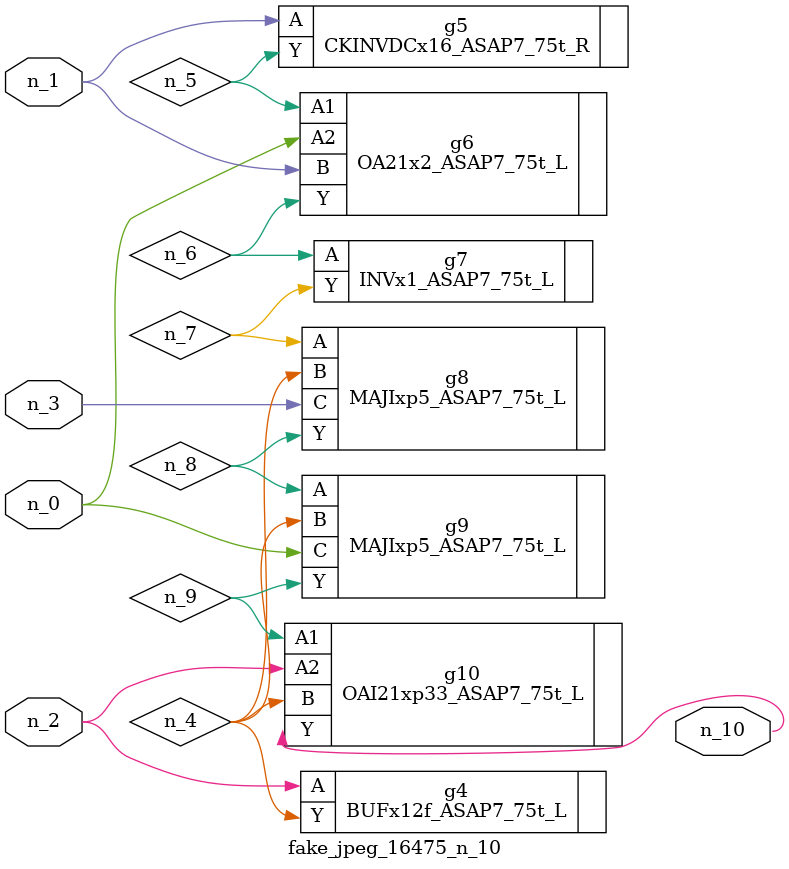
<source format=v>
module fake_jpeg_16475_n_10 (n_0, n_3, n_2, n_1, n_10);

input n_0;
input n_3;
input n_2;
input n_1;

output n_10;

wire n_4;
wire n_8;
wire n_9;
wire n_6;
wire n_5;
wire n_7;

BUFx12f_ASAP7_75t_L g4 ( 
.A(n_2),
.Y(n_4)
);

CKINVDCx16_ASAP7_75t_R g5 ( 
.A(n_1),
.Y(n_5)
);

OA21x2_ASAP7_75t_L g6 ( 
.A1(n_5),
.A2(n_0),
.B(n_1),
.Y(n_6)
);

INVx1_ASAP7_75t_L g7 ( 
.A(n_6),
.Y(n_7)
);

MAJIxp5_ASAP7_75t_L g8 ( 
.A(n_7),
.B(n_4),
.C(n_3),
.Y(n_8)
);

MAJIxp5_ASAP7_75t_L g9 ( 
.A(n_8),
.B(n_4),
.C(n_0),
.Y(n_9)
);

OAI21xp33_ASAP7_75t_L g10 ( 
.A1(n_9),
.A2(n_2),
.B(n_4),
.Y(n_10)
);


endmodule
</source>
